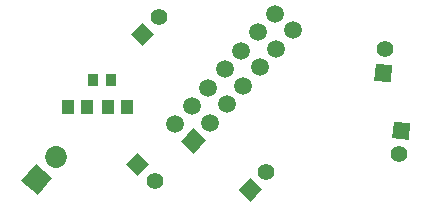
<source format=gbr>
G04 EAGLE Gerber RS-274X export*
G75*
%MOMM*%
%FSLAX34Y34*%
%LPD*%
%INSoldermask Top*%
%IPPOS*%
%AMOC8*
5,1,8,0,0,1.08239X$1,22.5*%
G01*
G04 Define Apertures*
%ADD10R,1.124100X1.173400*%
%ADD11R,0.815000X1.115000*%
%ADD12C,1.411200*%
%ADD13R,1.411200X1.411200*%
%ADD14R,1.853200X1.853200*%
%ADD15C,1.853200*%
%ADD16R,1.001900X1.177100*%
%ADD17R,1.511200X1.511200*%
%ADD18C,1.511200*%
D10*
X117984Y115570D03*
X133476Y115570D03*
D11*
X104980Y138193D03*
X119980Y138193D03*
D12*
X364116Y75192D03*
D13*
G36*
X373504Y101530D02*
X372274Y87472D01*
X358216Y88702D01*
X359446Y102760D01*
X373504Y101530D01*
G37*
D12*
X157174Y52870D03*
D13*
G36*
X142198Y76482D02*
X152518Y66858D01*
X142894Y56538D01*
X132574Y66162D01*
X142198Y76482D01*
G37*
D12*
X251498Y59956D03*
D13*
G36*
X228151Y44572D02*
X237594Y55059D01*
X248081Y45616D01*
X238638Y35129D01*
X228151Y44572D01*
G37*
D12*
X352653Y163863D03*
D13*
G36*
X343265Y137525D02*
X344495Y151583D01*
X358553Y150353D01*
X357323Y136295D01*
X343265Y137525D01*
G37*
D12*
X160473Y191483D03*
D13*
G36*
X137126Y176099D02*
X146569Y186586D01*
X157056Y177143D01*
X147613Y166656D01*
X137126Y176099D01*
G37*
D14*
G36*
X70324Y54733D02*
X58166Y40747D01*
X44180Y52905D01*
X56338Y66891D01*
X70324Y54733D01*
G37*
D15*
X73916Y72989D03*
D16*
X83531Y115249D03*
X99835Y115249D03*
D17*
G36*
X200676Y86921D02*
X190564Y75691D01*
X179334Y85803D01*
X189446Y97033D01*
X200676Y86921D01*
G37*
D18*
X246212Y148786D03*
X204057Y101968D03*
X232161Y133180D03*
X218109Y117574D03*
X260264Y164392D03*
X274316Y179998D03*
X174399Y100414D03*
X230606Y162838D03*
X188451Y116020D03*
X216554Y147232D03*
X202503Y131626D03*
X244658Y178444D03*
X258710Y194050D03*
M02*

</source>
